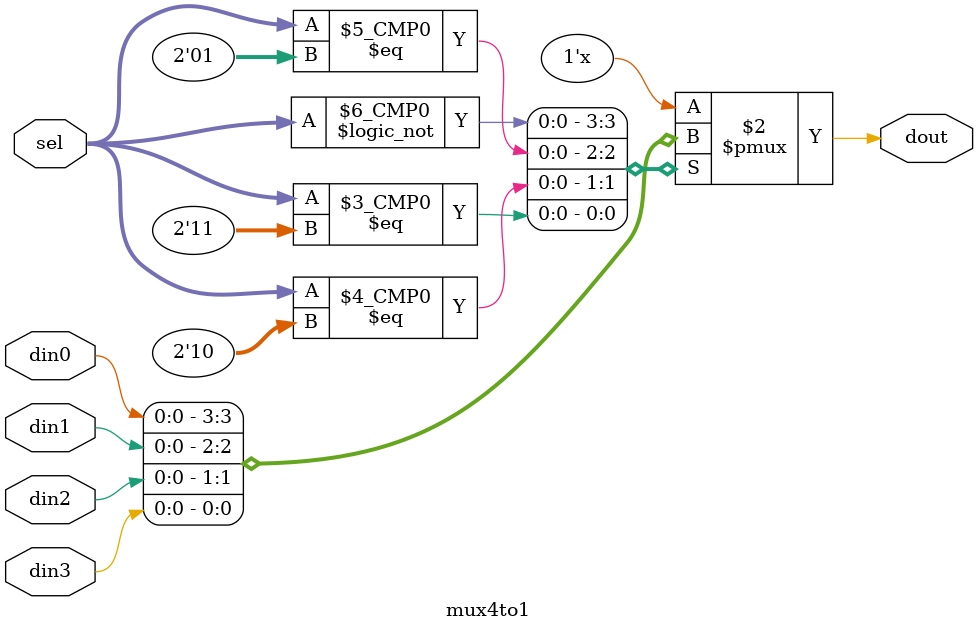
<source format=v>
module mux4to1 #(parameter N = 1)(input [1:0] sel, 
                                  input [N-1:0] din0, din1, din2, din3,
                                  output reg [N-1:0] dout
    );
  
  //multiplexor
  always @*
    case (sel)
     0 : dout = din0;
     1 : dout = din1;
     2 : dout = din2;
     3 : dout = din3;
     default : dout = din0;
  endcase
  
  
  
endmodule
</source>
